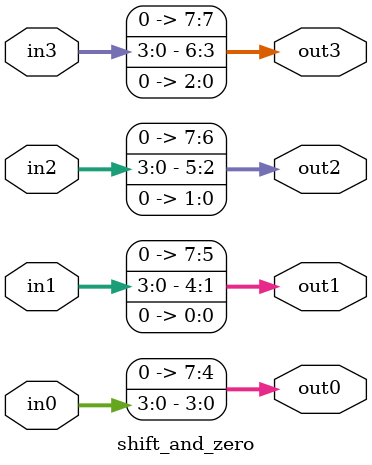
<source format=v>


module shift_and_zero(input [3:0] in0, input [3:0] in1, input[3:0] in2, 
    input [3:0] in3, output [7:0] out0, output [7:0] out1, output [7:0] out2, output [7:0] out3);
   // wire [3:0] zero= 4'b0000;
    // reg [7:0] int0, int1, int2, int3;
    
      assign out0 = {4'b0000, in0};
      assign out1 = {3'b000, in1, 1'b0};
      assign out2 = {2'b00, in2, 2'b00};
      assign out3 = {1'b0, in3, 3'b000};
      
endmodule

</source>
